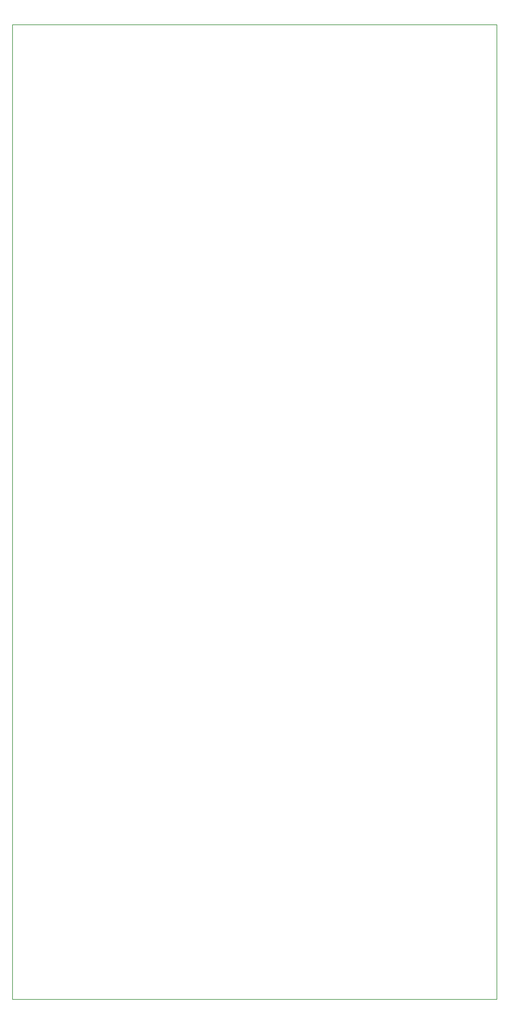
<source format=gko>
G04 Layer_Color=16711935*
%FSTAX44Y44*%
%MOMM*%
G71*
G01*
G75*
%ADD10C,0.2540*%
D10*
X-0009Y031865D02*
X0189D01*
Y-007935D02*
Y031865D01*
X-0009Y-007935D02*
Y031865D01*
Y-007935D02*
X0189D01*
M02*

</source>
